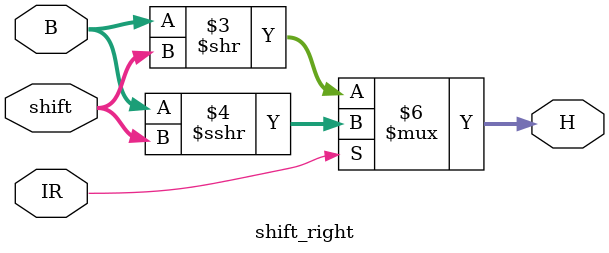
<source format=v>

module shift_right (
    input IR, input [4:0] shift, input [31:0] B,
    output [31:0] H
);

always @(*) begin
    if (IR==1'b0) H <= B >> shift;
    else H <= B >>> shift;
end

endmodule
</source>
